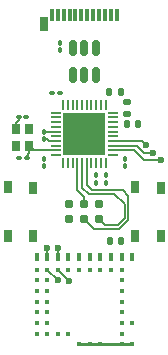
<source format=gbr>
%TF.GenerationSoftware,KiCad,Pcbnew,8.99.0-unknown-77b1d367df~178~ubuntu23.10.1*%
%TF.CreationDate,2024-11-14T21:45:02-05:00*%
%TF.ProjectId,nRF54L15Dongle,6e524635-344c-4313-9544-6f6e676c652e,rev?*%
%TF.SameCoordinates,Original*%
%TF.FileFunction,Copper,L1,Top*%
%TF.FilePolarity,Positive*%
%FSLAX46Y46*%
G04 Gerber Fmt 4.6, Leading zero omitted, Abs format (unit mm)*
G04 Created by KiCad (PCBNEW 8.99.0-unknown-77b1d367df~178~ubuntu23.10.1) date 2024-11-14 21:45:02*
%MOMM*%
%LPD*%
G01*
G04 APERTURE LIST*
G04 Aperture macros list*
%AMRoundRect*
0 Rectangle with rounded corners*
0 $1 Rounding radius*
0 $2 $3 $4 $5 $6 $7 $8 $9 X,Y pos of 4 corners*
0 Add a 4 corners polygon primitive as box body*
4,1,4,$2,$3,$4,$5,$6,$7,$8,$9,$2,$3,0*
0 Add four circle primitives for the rounded corners*
1,1,$1+$1,$2,$3*
1,1,$1+$1,$4,$5*
1,1,$1+$1,$6,$7*
1,1,$1+$1,$8,$9*
0 Add four rect primitives between the rounded corners*
20,1,$1+$1,$2,$3,$4,$5,0*
20,1,$1+$1,$4,$5,$6,$7,0*
20,1,$1+$1,$6,$7,$8,$9,0*
20,1,$1+$1,$8,$9,$2,$3,0*%
G04 Aperture macros list end*
%TA.AperFunction,SMDPad,CuDef*%
%ADD10C,0.400000*%
%TD*%
%TA.AperFunction,SMDPad,CuDef*%
%ADD11R,0.400000X0.500000*%
%TD*%
%TA.AperFunction,ConnectorPad*%
%ADD12C,0.787400*%
%TD*%
%TA.AperFunction,SMDPad,CuDef*%
%ADD13RoundRect,0.100000X0.130000X0.100000X-0.130000X0.100000X-0.130000X-0.100000X0.130000X-0.100000X0*%
%TD*%
%TA.AperFunction,SMDPad,CuDef*%
%ADD14R,0.650000X1.050000*%
%TD*%
%TA.AperFunction,SMDPad,CuDef*%
%ADD15RoundRect,0.150000X0.150000X-0.512500X0.150000X0.512500X-0.150000X0.512500X-0.150000X-0.512500X0*%
%TD*%
%TA.AperFunction,SMDPad,CuDef*%
%ADD16RoundRect,0.100000X0.100000X-0.130000X0.100000X0.130000X-0.100000X0.130000X-0.100000X-0.130000X0*%
%TD*%
%TA.AperFunction,SMDPad,CuDef*%
%ADD17RoundRect,0.100000X-0.100000X0.130000X-0.100000X-0.130000X0.100000X-0.130000X0.100000X0.130000X0*%
%TD*%
%TA.AperFunction,SMDPad,CuDef*%
%ADD18RoundRect,0.140000X0.170000X-0.140000X0.170000X0.140000X-0.170000X0.140000X-0.170000X-0.140000X0*%
%TD*%
%TA.AperFunction,SMDPad,CuDef*%
%ADD19RoundRect,0.100000X-0.130000X-0.100000X0.130000X-0.100000X0.130000X0.100000X-0.130000X0.100000X0*%
%TD*%
%TA.AperFunction,SMDPad,CuDef*%
%ADD20R,0.380000X1.000000*%
%TD*%
%TA.AperFunction,SMDPad,CuDef*%
%ADD21R,0.700000X1.150000*%
%TD*%
%TA.AperFunction,SMDPad,CuDef*%
%ADD22R,0.800000X0.900000*%
%TD*%
%TA.AperFunction,SMDPad,CuDef*%
%ADD23RoundRect,0.140000X-0.140000X-0.170000X0.140000X-0.170000X0.140000X0.170000X-0.140000X0.170000X0*%
%TD*%
%TA.AperFunction,SMDPad,CuDef*%
%ADD24RoundRect,0.140000X0.140000X0.170000X-0.140000X0.170000X-0.140000X-0.170000X0.140000X-0.170000X0*%
%TD*%
%TA.AperFunction,SMDPad,CuDef*%
%ADD25RoundRect,0.062500X0.350000X0.062500X-0.350000X0.062500X-0.350000X-0.062500X0.350000X-0.062500X0*%
%TD*%
%TA.AperFunction,SMDPad,CuDef*%
%ADD26RoundRect,0.062500X0.062500X0.350000X-0.062500X0.350000X-0.062500X-0.350000X0.062500X-0.350000X0*%
%TD*%
%TA.AperFunction,HeatsinkPad*%
%ADD27R,3.600000X3.600000*%
%TD*%
%TA.AperFunction,ViaPad*%
%ADD28C,0.600000*%
%TD*%
%TA.AperFunction,Conductor*%
%ADD29C,0.254000*%
%TD*%
%TA.AperFunction,Conductor*%
%ADD30C,0.127000*%
%TD*%
G04 APERTURE END LIST*
D10*
%TO.P,U4,A1,GND*%
%TO.N,GND*%
X174050000Y-92700000D03*
%TO.P,U4,A3,P1.09*%
%TO.N,unconnected-(U4-P1.09-PadA3)*%
X174050000Y-90900000D03*
%TO.P,U4,A9,GND*%
%TO.N,GND*%
X174050000Y-85500000D03*
D11*
X174050000Y-85250000D03*
D10*
%TO.P,U4,B1,GND*%
X173150000Y-92700000D03*
%TO.P,U4,B2,P1.10*%
%TO.N,unconnected-(U4-P1.10-PadB2)*%
X173150000Y-91800000D03*
%TO.P,U4,B3,P1.11/AIN4*%
%TO.N,unconnected-(U4-P1.11{slash}AIN4-PadB3)*%
X173150000Y-90900000D03*
%TO.P,U4,B4,P1.12/AIN5*%
%TO.N,unconnected-(U4-P1.12{slash}AIN5-PadB4)*%
X173150000Y-90000000D03*
%TO.P,U4,B5,P1.13/AIN6*%
%TO.N,unconnected-(U4-P1.13{slash}AIN6-PadB5)*%
X173150000Y-89100000D03*
%TO.P,U4,B6,P1.14/AIN7*%
%TO.N,unconnected-(U4-P1.14{slash}AIN7-PadB6)*%
X173150000Y-88200000D03*
%TO.P,U4,B7,GND*%
%TO.N,GND*%
X173150000Y-87300000D03*
%TO.P,U4,B8,VDD*%
%TO.N,Net-(C1-Pad1)*%
X173150000Y-86400000D03*
%TO.P,U4,B9,GND*%
%TO.N,GND*%
X173150000Y-85500000D03*
D11*
X173150000Y-85250000D03*
D10*
%TO.P,U4,C8,VDD*%
%TO.N,Net-(C1-Pad1)*%
X172250000Y-86400000D03*
%TO.P,U4,C9,P1.01/XL2*%
%TO.N,unconnected-(U4-P1.01{slash}XL2-PadC9)*%
X172250000Y-85500000D03*
D11*
X172250000Y-85250000D03*
D10*
%TO.P,U4,D1,GND*%
%TO.N,GND*%
X171350000Y-92700000D03*
%TO.P,U4,D8,P1.00/XL1*%
%TO.N,unconnected-(U4-P1.00{slash}XL1-PadD8)*%
X171350000Y-86400000D03*
%TO.P,U4,D9,P1.02/NFC1*%
%TO.N,unconnected-(U4-P1.02{slash}NFC1-PadD9)*%
X171350000Y-85500000D03*
D11*
X171350000Y-85250000D03*
D10*
%TO.P,U4,E1,GND*%
%TO.N,GND*%
X170450000Y-92700000D03*
%TO.P,U4,E8,P1.03/NFC2*%
%TO.N,unconnected-(U4-P1.03{slash}NFC2-PadE8)*%
X170450000Y-86400000D03*
%TO.P,U4,E9,P1.04/AIN0*%
%TO.N,Net-(U4-P1.04{slash}AIN0)*%
X170450000Y-85500000D03*
D11*
X170450000Y-85250000D03*
D10*
%TO.P,U4,F1,GND*%
%TO.N,GND*%
X169550000Y-92700000D03*
%TO.P,U4,F8,P1.05/AIN1*%
%TO.N,unconnected-(U4-P1.05{slash}AIN1-PadF8)*%
X169550000Y-86400000D03*
%TO.P,U4,F9,P1.06/AIN2*%
%TO.N,unconnected-(U4-P1.06{slash}AIN2-PadF9)*%
X169550000Y-85500000D03*
D11*
X169550000Y-85250000D03*
D10*
%TO.P,U4,G2,~{RESET}*%
%TO.N,/TRG_~{RESET}*%
X168650000Y-91800000D03*
%TO.P,U4,G8,P1.08*%
%TO.N,unconnected-(U4-P1.08-PadG8)*%
X168650000Y-86400000D03*
%TO.P,U4,G9,P1.07/AIN3*%
%TO.N,unconnected-(U4-P1.07{slash}AIN3-PadG9)*%
X168650000Y-85500000D03*
D11*
X168650000Y-85250000D03*
D10*
%TO.P,U4,H2,P0.04*%
%TO.N,unconnected-(U4-P0.04-PadH2)*%
X167750000Y-91800000D03*
%TO.P,U4,H8,GND*%
%TO.N,GND*%
X167750000Y-86400000D03*
%TO.P,U4,H9,P2.00*%
%TO.N,/SPI_MISO*%
X167750000Y-85500000D03*
D11*
X167750000Y-85250000D03*
D10*
%TO.P,U4,J2,P0.03*%
%TO.N,unconnected-(U4-P0.03-PadJ2)*%
X166850000Y-91800000D03*
%TO.P,U4,J3,SWDIO*%
%TO.N,/TRG_SWDIO*%
X166850000Y-90900000D03*
%TO.P,U4,J4,P0.00*%
%TO.N,/UART_TX*%
X166850000Y-90000000D03*
%TO.P,U4,J5,P2.09*%
%TO.N,unconnected-(U4-P2.09-PadJ5)*%
X166850000Y-89100000D03*
%TO.P,U4,J6,P2.07*%
%TO.N,unconnected-(U4-P2.07-PadJ6)*%
X166850000Y-88200000D03*
%TO.P,U4,J7,P2.03*%
%TO.N,unconnected-(U4-P2.03-PadJ7)*%
X166850000Y-87300000D03*
%TO.P,U4,J8,P2.02*%
%TO.N,/SPI_MOSI*%
X166850000Y-86400000D03*
%TO.P,U4,J9,P2.01*%
%TO.N,/SPI_SCK*%
X166850000Y-85500000D03*
D11*
X166850000Y-85250000D03*
D10*
%TO.P,U4,K2,P0.02*%
%TO.N,unconnected-(U4-P0.02-PadK2)*%
X165950000Y-91800000D03*
%TO.P,U4,K3,SWDCLK*%
%TO.N,/TRG_SWDCLK*%
X165950000Y-90900000D03*
%TO.P,U4,K4,P0.01*%
%TO.N,/UART_RX*%
X165950000Y-90000000D03*
%TO.P,U4,K5,P2.10*%
%TO.N,unconnected-(U4-P2.10-PadK5)*%
X165950000Y-89100000D03*
%TO.P,U4,K6,P2.08*%
%TO.N,unconnected-(U4-P2.08-PadK6)*%
X165950000Y-88200000D03*
%TO.P,U4,K7,P2.06*%
%TO.N,unconnected-(U4-P2.06-PadK7)*%
X165950000Y-87300000D03*
%TO.P,U4,K8,P2.05*%
%TO.N,unconnected-(U4-P2.05-PadK8)*%
X165950000Y-86400000D03*
%TO.P,U4,K9,P2.04*%
%TO.N,unconnected-(U4-P2.04-PadK9)*%
X165950000Y-85500000D03*
D11*
%TO.N,unconnected-(U4-P2.04-PadK9)_1*%
X165950000Y-85250000D03*
%TD*%
D12*
%TO.P,J1,1,VCC*%
%TO.N,VDD*%
X171270000Y-80865000D03*
%TO.P,J1,2,SWDIO*%
%TO.N,/TRG_SWDIO*%
X171270000Y-82135000D03*
%TO.P,J1,3,~{RESET}*%
%TO.N,/TRG_~{RESET}*%
X170000000Y-80865000D03*
%TO.P,J1,4,SWCLK*%
%TO.N,/TRG_SWDCLK*%
X170000000Y-82135000D03*
%TO.P,J1,5,GND*%
%TO.N,GND*%
X168730000Y-80865000D03*
%TO.P,J1,6,SWO*%
%TO.N,unconnected-(J1-SWO-Pad6)*%
X168730000Y-82135000D03*
%TD*%
D13*
%TO.P,C23,1*%
%TO.N,GND*%
X165080000Y-73450000D03*
%TO.P,C23,2*%
%TO.N,Net-(U2-XC1)*%
X164440000Y-73450000D03*
%TD*%
D14*
%TO.P,SW2,1,1*%
%TO.N,/TRG_~{RESET}*%
X163525000Y-83575000D03*
X163525000Y-79425000D03*
%TO.P,SW2,2,2*%
%TO.N,GND*%
X165675000Y-83575000D03*
X165675000Y-79450000D03*
%TD*%
D15*
%TO.P,U3,1,I/O1*%
%TO.N,/D+*%
X169050000Y-69937500D03*
%TO.P,U3,2,GND*%
%TO.N,GND*%
X170000000Y-69937500D03*
%TO.P,U3,3,I/O2*%
%TO.N,/D-*%
X170950000Y-69937500D03*
%TO.P,U3,4,I/O2*%
X170950000Y-67662500D03*
%TO.P,U3,5,VBUS*%
%TO.N,VBUS*%
X170000000Y-67662500D03*
%TO.P,U3,6,I/O1*%
%TO.N,/D+*%
X169050000Y-67662500D03*
%TD*%
D16*
%TO.P,C15,1*%
%TO.N,Net-(U2-DEC3)*%
X166550000Y-75340000D03*
%TO.P,C15,2*%
%TO.N,GND*%
X166550000Y-74700000D03*
%TD*%
D17*
%TO.P,R1,1*%
%TO.N,Net-(P1-CC)*%
X167900000Y-67180000D03*
%TO.P,R1,2*%
%TO.N,GND*%
X167900000Y-67820000D03*
%TD*%
D18*
%TO.P,C12,1*%
%TO.N,VBUS*%
X173630000Y-73190000D03*
%TO.P,C12,2*%
%TO.N,GND*%
X173630000Y-72230000D03*
%TD*%
D17*
%TO.P,C20,1*%
%TO.N,Net-(C17-Pad1)*%
X166550000Y-76980000D03*
%TO.P,C20,2*%
%TO.N,GND*%
X166550000Y-77620000D03*
%TD*%
D14*
%TO.P,SW1,1,1*%
%TO.N,GND*%
X174325000Y-83575000D03*
X174325000Y-79425000D03*
%TO.P,SW1,2,2*%
%TO.N,Net-(U4-P1.04{slash}AIN0)*%
X176475000Y-83575000D03*
X176475000Y-79450000D03*
%TD*%
D19*
%TO.P,C24,1*%
%TO.N,GND*%
X164490000Y-76950000D03*
%TO.P,C24,2*%
%TO.N,Net-(U2-XC2)*%
X165130000Y-76950000D03*
%TD*%
D17*
%TO.P,C18,1*%
%TO.N,Net-(C17-Pad1)*%
X171800000Y-78380000D03*
%TO.P,C18,2*%
%TO.N,GND*%
X171800000Y-79020000D03*
%TD*%
D20*
%TO.P,P1,A1,GND*%
%TO.N,GND*%
X167250000Y-64790000D03*
%TO.P,P1,A2*%
%TO.N,N/C*%
X167750000Y-64790000D03*
%TO.P,P1,A3*%
X168250000Y-64790000D03*
%TO.P,P1,A4,VBUS*%
%TO.N,VBUS*%
X168750000Y-64790000D03*
%TO.P,P1,A5,CC*%
%TO.N,Net-(P1-CC)*%
X169250000Y-64790000D03*
%TO.P,P1,A6,D+*%
%TO.N,/D+*%
X169750000Y-64790000D03*
%TO.P,P1,A7,D-*%
%TO.N,/D-*%
X170250000Y-64790000D03*
%TO.P,P1,A8*%
%TO.N,N/C*%
X170750000Y-64790000D03*
%TO.P,P1,A9,VBUS*%
%TO.N,VBUS*%
X171250000Y-64790000D03*
%TO.P,P1,A10*%
%TO.N,N/C*%
X171750000Y-64790000D03*
%TO.P,P1,A11*%
X172250000Y-64790000D03*
%TO.P,P1,A12,GND*%
%TO.N,GND*%
X172750000Y-64790000D03*
D21*
%TO.P,P1,S1,SHIELD*%
X166580000Y-65630000D03*
%TD*%
D17*
%TO.P,C14,1*%
%TO.N,/DEC4_6*%
X171000000Y-78375000D03*
%TO.P,C14,2*%
%TO.N,GND*%
X171000000Y-79015000D03*
%TD*%
D22*
%TO.P,Y3,1,1*%
%TO.N,Net-(U2-XC1)*%
X164210000Y-74500000D03*
%TO.P,Y3,2,2*%
%TO.N,GND*%
X164210000Y-75900000D03*
%TO.P,Y3,3,3*%
%TO.N,Net-(U2-XC2)*%
X165310000Y-75900000D03*
%TO.P,Y3,4,4*%
%TO.N,GND*%
X165310000Y-74500000D03*
%TD*%
D23*
%TO.P,C1,1*%
%TO.N,Net-(C1-Pad1)*%
X172160000Y-83960000D03*
%TO.P,C1,2*%
%TO.N,GND*%
X173120000Y-83960000D03*
%TD*%
D13*
%TO.P,C19,1*%
%TO.N,Net-(C17-Pad1)*%
X167920000Y-71440000D03*
%TO.P,C19,2*%
%TO.N,GND*%
X167280000Y-71440000D03*
%TD*%
D17*
%TO.P,C16,1*%
%TO.N,Net-(U2-DEC1)*%
X173450000Y-76980000D03*
%TO.P,C16,2*%
%TO.N,GND*%
X173450000Y-77620000D03*
%TD*%
D23*
%TO.P,C13,1*%
%TO.N,Net-(U2-DECUSB)*%
X172130000Y-71340000D03*
%TO.P,C13,2*%
%TO.N,GND*%
X173090000Y-71340000D03*
%TD*%
D24*
%TO.P,C17,1*%
%TO.N,Net-(C17-Pad1)*%
X174560000Y-74080000D03*
%TO.P,C17,2*%
%TO.N,GND*%
X173600000Y-74080000D03*
%TD*%
D25*
%TO.P,U2,1,DEC1*%
%TO.N,Net-(U2-DEC1)*%
X172437500Y-76700000D03*
%TO.P,U2,2,P0.00/XL1*%
%TO.N,/SPI_MOSI*%
X172437500Y-76300000D03*
%TO.P,U2,3,P0.01/XL2*%
%TO.N,/SPI_MISO*%
X172437500Y-75900000D03*
%TO.P,U2,4,P0.04/AIN2*%
%TO.N,/SPI_SCK*%
X172437500Y-75500000D03*
%TO.P,U2,5,P0.05/AIN3*%
%TO.N,unconnected-(U2-P0.05{slash}AIN3-Pad5)*%
X172437500Y-75100000D03*
%TO.P,U2,6,P1.09*%
%TO.N,unconnected-(U2-P1.09-Pad6)*%
X172437500Y-74700000D03*
%TO.P,U2,7,P0.11*%
%TO.N,unconnected-(U2-P0.11-Pad7)*%
X172437500Y-74300000D03*
%TO.P,U2,8,VDD*%
%TO.N,Net-(C17-Pad1)*%
X172437500Y-73900000D03*
%TO.P,U2,9,VDDH*%
%TO.N,VBUS*%
X172437500Y-73500000D03*
%TO.P,U2,10,VBUS*%
X172437500Y-73100000D03*
D26*
%TO.P,U2,11,DECUSB*%
%TO.N,Net-(U2-DECUSB)*%
X171800000Y-72462500D03*
%TO.P,U2,12,D-*%
%TO.N,/D-*%
X171400000Y-72462500D03*
%TO.P,U2,13,D+*%
%TO.N,/D+*%
X171000000Y-72462500D03*
%TO.P,U2,14,P0.15*%
%TO.N,unconnected-(U2-P0.15-Pad14)*%
X170600000Y-72462500D03*
%TO.P,U2,15,P0.17*%
%TO.N,unconnected-(U2-P0.17-Pad15)*%
X170200000Y-72462500D03*
%TO.P,U2,16,P0.18/~{RESET}*%
%TO.N,Net-(J2-~{RESET})*%
X169800000Y-72462500D03*
%TO.P,U2,17,P0.20*%
%TO.N,unconnected-(U2-P0.20-Pad17)*%
X169400000Y-72462500D03*
%TO.P,U2,18,VDD*%
%TO.N,Net-(C17-Pad1)*%
X169000000Y-72462500D03*
%TO.P,U2,19,SWDIO*%
%TO.N,Net-(J2-SWDIO)*%
X168600000Y-72462500D03*
%TO.P,U2,20,SWDCLK*%
%TO.N,Net-(J2-SWCLK)*%
X168200000Y-72462500D03*
D25*
%TO.P,U2,21,DEC5/NC*%
%TO.N,unconnected-(U2-DEC5{slash}NC-Pad21)*%
X167562500Y-73100000D03*
%TO.P,U2,22,P0.09/NFC1*%
%TO.N,unconnected-(U2-P0.09{slash}NFC1-Pad22)*%
X167562500Y-73500000D03*
%TO.P,U2,23,P0.10/NFC2*%
%TO.N,unconnected-(U2-P0.10{slash}NFC2-Pad23)*%
X167562500Y-73900000D03*
%TO.P,U2,24,ANT*%
%TO.N,unconnected-(U2-ANT-Pad24)*%
X167562500Y-74300000D03*
%TO.P,U2,25,VSS_PA*%
%TO.N,GND*%
X167562500Y-74700000D03*
%TO.P,U2,26,DEC6*%
%TO.N,/DEC4_6*%
X167562500Y-75100000D03*
%TO.P,U2,27,DEC3*%
%TO.N,Net-(U2-DEC3)*%
X167562500Y-75500000D03*
%TO.P,U2,28,XC1*%
%TO.N,Net-(U2-XC1)*%
X167562500Y-75900000D03*
%TO.P,U2,29,XC2*%
%TO.N,Net-(U2-XC2)*%
X167562500Y-76300000D03*
%TO.P,U2,30,VDD*%
%TO.N,Net-(C17-Pad1)*%
X167562500Y-76700000D03*
D26*
%TO.P,U2,31,P0.03/AIN1*%
%TO.N,unconnected-(U2-P0.03{slash}AIN1-Pad31)*%
X168200000Y-77337500D03*
%TO.P,U2,32,P0.02/AIN0*%
%TO.N,/UART_RX*%
X168600000Y-77337500D03*
%TO.P,U2,33,P0.28/AIN4*%
%TO.N,/UART_TX*%
X169000000Y-77337500D03*
%TO.P,U2,34,P0.29/AIN5*%
%TO.N,/TRG_~{RESET}*%
X169400000Y-77337500D03*
%TO.P,U2,35,P0.30/AIN6*%
%TO.N,/TRG_SWDIO*%
X169800000Y-77337500D03*
%TO.P,U2,36,P0.31/AIN7*%
%TO.N,/TRG_SWDCLK*%
X170200000Y-77337500D03*
%TO.P,U2,37,VSS*%
%TO.N,GND*%
X170600000Y-77337500D03*
%TO.P,U2,38,DEC4*%
%TO.N,/DEC4_6*%
X171000000Y-77337500D03*
%TO.P,U2,39,DCC*%
%TO.N,unconnected-(U2-DCC-Pad39)*%
X171400000Y-77337500D03*
%TO.P,U2,40,VDD*%
%TO.N,Net-(C17-Pad1)*%
X171800000Y-77337500D03*
D27*
%TO.P,U2,41*%
%TO.N,N/C*%
X170000000Y-74900000D03*
%TD*%
D28*
%TO.N,/SPI_MOSI*%
X167750000Y-87280000D03*
%TO.N,GND*%
X168660000Y-87310000D03*
%TO.N,/SPI_MISO*%
X167750000Y-84590000D03*
%TO.N,/SPI_MOSI*%
X176450000Y-77093664D03*
%TO.N,/SPI_MISO*%
X175803500Y-76480000D03*
%TO.N,/SPI_SCK*%
X175240000Y-75860000D03*
X166860000Y-84590000D03*
%TD*%
D29*
%TO.N,GND*%
X174050000Y-92700000D02*
X169550000Y-92700000D01*
D30*
X167562500Y-74700000D02*
X166550000Y-74700000D01*
%TO.N,Net-(U2-DEC3)*%
X166550000Y-75340000D02*
X166840000Y-75340000D01*
X166840000Y-75340000D02*
X167000000Y-75500000D01*
X167000000Y-75500000D02*
X167562500Y-75500000D01*
%TO.N,Net-(U2-XC1)*%
X164210000Y-74500000D02*
X164210000Y-73940000D01*
X164210000Y-73940000D02*
X164440000Y-73710000D01*
X164440000Y-73710000D02*
X164440000Y-73450000D01*
%TO.N,Net-(U2-XC2)*%
X165310000Y-75900000D02*
X165310000Y-76550000D01*
X165310000Y-76550000D02*
X165130000Y-76730000D01*
X165130000Y-76730000D02*
X165130000Y-76950000D01*
X167562500Y-76300000D02*
X165710000Y-76300000D01*
X165710000Y-76300000D02*
X165310000Y-75900000D01*
%TO.N,/TRG_~{RESET}*%
X170000000Y-80865000D02*
X170000000Y-80230000D01*
X170000000Y-80230000D02*
X169400000Y-79630000D01*
X169400000Y-79630000D02*
X169400000Y-77337500D01*
%TO.N,/TRG_SWDCLK*%
X170200000Y-77337500D02*
X170200000Y-79230000D01*
X170200000Y-79230000D02*
X170620000Y-79650000D01*
X170620000Y-79650000D02*
X173240000Y-79650000D01*
X173240000Y-79650000D02*
X173730000Y-80140000D01*
X173730000Y-80140000D02*
X173730000Y-82190000D01*
X173730000Y-82190000D02*
X172950000Y-82970000D01*
X172950000Y-82970000D02*
X170835000Y-82970000D01*
X170835000Y-82970000D02*
X170000000Y-82135000D01*
%TO.N,/TRG_SWDIO*%
X169800000Y-77337500D02*
X169800000Y-79460000D01*
X169800000Y-79460000D02*
X170360000Y-80020000D01*
X170360000Y-80020000D02*
X172550000Y-80020000D01*
X172550000Y-80020000D02*
X173403000Y-80873000D01*
X171735000Y-82600000D02*
X171270000Y-82135000D01*
X173403000Y-80873000D02*
X173403000Y-82007000D01*
X173403000Y-82007000D02*
X172810000Y-82600000D01*
X172810000Y-82600000D02*
X171735000Y-82600000D01*
%TO.N,/SPI_MOSI*%
X166870000Y-86400000D02*
X167750000Y-87280000D01*
X166850000Y-86400000D02*
X166870000Y-86400000D01*
%TO.N,GND*%
X167750000Y-86400000D02*
X168660000Y-87310000D01*
%TO.N,/SPI_MISO*%
X167750000Y-84590000D02*
X167750000Y-85250000D01*
%TO.N,/SPI_MOSI*%
X174230000Y-76300000D02*
X172437500Y-76300000D01*
X176450000Y-77093664D02*
X175023664Y-77093664D01*
X175023664Y-77093664D02*
X174230000Y-76300000D01*
%TO.N,/SPI_MISO*%
X175803500Y-76480000D02*
X175063090Y-76480000D01*
X175063090Y-76480000D02*
X174483090Y-75900000D01*
X174483090Y-75900000D02*
X172437500Y-75900000D01*
%TO.N,/SPI_SCK*%
X174880000Y-75500000D02*
X175240000Y-75860000D01*
X172437500Y-75500000D02*
X174880000Y-75500000D01*
X166860000Y-84590000D02*
X166860000Y-85240000D01*
X166860000Y-85240000D02*
X166850000Y-85250000D01*
%TD*%
M02*

</source>
